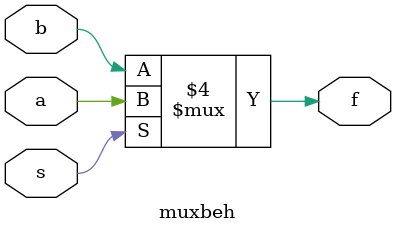
<source format=v>
module muxbeh(a,b,s,f); 
    input a,b,s;
    output f; reg f;
    always@(s or a or b)
        if(s==1) f = a; 
        else f = b;
endmodule
</source>
